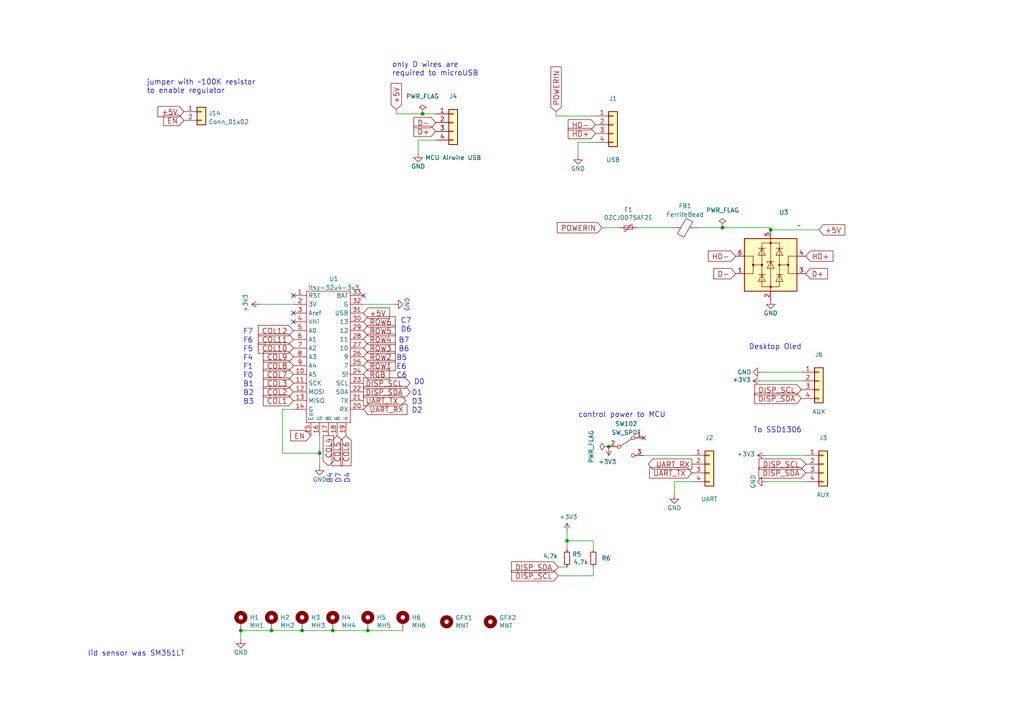
<source format=kicad_sch>
(kicad_sch (version 20211123) (generator eeschema)
  (paper "A4")
  (title_block (title "MNT Reform 2 Keyboard - ergo remix") (date "2022-2-22") (rev "1-ergo") (company "Copyright 2017-2020 MNT Research GmbH and milestogo") (comment 1 "https://mntre.com") (comment 2 "Original Engineer: Lukas F. Hartmann") (comment 3 "License: CERN-OHL-S 2.0") (comment 4 "remix at https://github.com/milestogo/reform"))
  (lib_symbols
    (symbol "Connector_Generic:Conn_01x02" (pin_names (offset 1.016) hide)
      (property "Reference" "J" (at 0 2.54 0))
      (property "Value" "Conn_01x02" (at 0 -5.08 0))
      (symbol "Conn_01x02_1_1"
        (rectangle (start -1.27 -2.413) (end 0 -2.667) (stroke (width 0.1524)))
        (rectangle (start -1.27 0.127) (end 0 -0.127) (stroke (width 0.1524)))
        (rectangle (start -1.27 1.27) (end 1.27 -3.81) (stroke (width 0.254)) (fill (type background)))
        (pin passive line (at -5.08 0 0) (length 3.81) (name "Pin_1") (number "1"))
        (pin passive line (at -5.08 -2.54 0) (length 3.81) (name "Pin_2") (number "2"))
      )
    )
    (symbol "Connector_Generic:Conn_01x04" (pin_names (offset 1.016) hide)
      (property "Reference" "J" (at 0 5.08 0))
      (property "Value" "Conn_01x04" (at 0 -7.62 0))
      (symbol "Conn_01x04_1_1"
        (rectangle (start -1.27 -4.953) (end 0 -5.207) (stroke (width 0.1524)))
        (rectangle (start -1.27 -2.413) (end 0 -2.667) (stroke (width 0.1524)))
        (rectangle (start -1.27 0.127) (end 0 -0.127) (stroke (width 0.1524)))
        (rectangle (start -1.27 2.667) (end 0 2.413) (stroke (width 0.1524)))
        (rectangle (start -1.27 3.81) (end 1.27 -6.35) (stroke (width 0.254)) (fill (type background)))
        (pin passive line (at -5.08 2.54 0) (length 3.81) (name "Pin_1") (number "1"))
        (pin passive line (at -5.08 0 0) (length 3.81) (name "Pin_2") (number "2"))
        (pin passive line (at -5.08 -2.54 0) (length 3.81) (name "Pin_3") (number "3"))
        (pin passive line (at -5.08 -5.08 0) (length 3.81) (name "Pin_4") (number "4"))
      )
    )
    (symbol "Device:FerriteBead" (pin_numbers hide) (pin_names (offset 0))
      (property "Reference" "FB" (at -3.81 0.635 90))
      (property "Value" "FerriteBead" (at 3.81 0 90))
      (symbol "FerriteBead_0_1"
        (polyline (pts (xy 0 -1.27) (xy 0 -1.2192)))
        (polyline (pts (xy 0 1.27) (xy 0 1.2954)))
        (polyline (pts (xy -2.7686 0.4064) (xy -1.7018 2.2606) (xy 2.7686 -0.3048) (xy 1.6764 -2.159) (xy -2.7686 0.4064)))
      )
      (symbol "FerriteBead_1_1"
        (pin passive line (at 0 3.81 270) (length 2.54) (name "~") (number "1"))
        (pin passive line (at 0 -3.81 90) (length 2.54) (name "~") (number "2"))
      )
    )
    (symbol "Device:Polyfuse_Small" (pin_numbers hide) (pin_names (offset 0))
      (property "Reference" "F" (at -1.905 0 90))
      (property "Value" "Polyfuse_Small" (at 1.905 0 90))
      (symbol "Polyfuse_Small_0_1"
        (rectangle (start -0.508 1.27) (end 0.508 -1.27))
        (polyline (pts (xy 0 2.54) (xy 0 -2.54)))
        (polyline (pts (xy -1.016 1.27) (xy -1.016 0.762) (xy 1.016 -0.762) (xy 1.016 -1.27)))
      )
      (symbol "Polyfuse_Small_1_1"
        (pin passive line (at 0 2.54 270) (length 0.635) (name "~") (number "1"))
        (pin passive line (at 0 -2.54 90) (length 0.635) (name "~") (number "2"))
      )
    )
    (symbol "Power_Protection:USBLC6-2SC6" (pin_names hide)
      (property "Reference" "U" (at 2.54 8.89 0))
      (property "Value" "USBLC6-2SC6" (at 2.54 -8.89 0))
      (symbol "USBLC6-2SC6_0_1"
        (rectangle (start -7.62 -7.62) (end 7.62 7.62) (stroke (width 0.254)) (fill (type background)))
        (circle (center -5.08 0) (radius 0.254) (fill (type outline)))
        (circle (center -2.54 0) (radius 0.254) (fill (type outline)))
        (rectangle (start -2.54 6.35) (end 2.54 -6.35))
        (circle (center 0 -6.35) (radius 0.254) (fill (type outline)))
        (polyline (pts (xy -5.08 -2.54) (xy -7.62 -2.54)))
        (polyline (pts (xy -5.08 0) (xy -5.08 -2.54)))
        (polyline (pts (xy -5.08 2.54) (xy -7.62 2.54)))
        (polyline (pts (xy -1.524 -2.794) (xy -3.556 -2.794)))
        (polyline (pts (xy -1.524 4.826) (xy -3.556 4.826)))
        (polyline (pts (xy 0 -7.62) (xy 0 -6.35)))
        (polyline (pts (xy 0 -6.35) (xy 0 1.27)))
        (polyline (pts (xy 0 1.27) (xy 0 6.35)))
        (polyline (pts (xy 0 6.35) (xy 0 7.62)))
        (polyline (pts (xy 1.524 -2.794) (xy 3.556 -2.794)))
        (polyline (pts (xy 1.524 4.826) (xy 3.556 4.826)))
        (polyline (pts (xy 5.08 -2.54) (xy 7.62 -2.54)))
        (polyline (pts (xy 5.08 0) (xy 5.08 -2.54)))
        (polyline (pts (xy 5.08 2.54) (xy 7.62 2.54)))
        (polyline (pts (xy -2.54 0) (xy -5.08 0) (xy -5.08 2.54)))
        (polyline (pts (xy 2.54 0) (xy 5.08 0) (xy 5.08 2.54)))
        (polyline (pts (xy -3.556 -4.826) (xy -1.524 -4.826) (xy -2.54 -2.794) (xy -3.556 -4.826)))
        (polyline (pts (xy -3.556 2.794) (xy -1.524 2.794) (xy -2.54 4.826) (xy -3.556 2.794)))
        (polyline (pts (xy -1.016 -1.016) (xy 1.016 -1.016) (xy 0 1.016) (xy -1.016 -1.016)))
        (polyline (pts (xy 1.016 1.016) (xy 0.762 1.016) (xy -1.016 1.016) (xy -1.016 0.508)))
        (polyline (pts (xy 3.556 -4.826) (xy 1.524 -4.826) (xy 2.54 -2.794) (xy 3.556 -4.826)))
        (polyline (pts (xy 3.556 2.794) (xy 1.524 2.794) (xy 2.54 4.826) (xy 3.556 2.794)))
        (circle (center 0 6.35) (radius 0.254) (fill (type outline)))
        (circle (center 2.54 0) (radius 0.254) (fill (type outline)))
        (circle (center 5.08 0) (radius 0.254) (fill (type outline)))
      )
      (symbol "USBLC6-2SC6_1_1"
        (pin passive line (at -10.16 -2.54 0) (length 2.54) (name "I/O1") (number "1"))
        (pin passive line (at 0 -10.16 90) (length 2.54) (name "GND") (number "2"))
        (pin passive line (at 10.16 -2.54 180) (length 2.54) (name "I/O2") (number "3"))
        (pin passive line (at 10.16 2.54 180) (length 2.54) (name "I/O2") (number "4"))
        (pin passive line (at 0 10.16 270) (length 2.54) (name "VBUS") (number "5"))
        (pin passive line (at -10.16 2.54 0) (length 2.54) (name "I/O1") (number "6"))
      )
    )
    (symbol "Switch:SW_SPDT" (pin_names (offset 0) hide)
      (property "Reference" "SW" (at 0 4.318 0))
      (property "Value" "SW_SPDT" (at 0 -5.08 0))
      (symbol "SW_SPDT_0_0"
        (circle (center -2.032 0) (radius 0.508))
        (circle (center 2.032 -2.54) (radius 0.508))
      )
      (symbol "SW_SPDT_0_1"
        (polyline (pts (xy -1.524 0.254) (xy 1.651 2.286)))
        (circle (center 2.032 2.54) (radius 0.508))
      )
      (symbol "SW_SPDT_1_1"
        (pin passive line (at 5.08 2.54 180) (length 2.54) (name "A") (number "1"))
        (pin passive line (at -5.08 0 0) (length 2.54) (name "B") (number "2"))
        (pin passive line (at 5.08 -2.54 180) (length 2.54) (name "C") (number "3"))
      )
    )
    (symbol "itsybitsy32u4:itsy-32u4-3v3"
      (property "Reference" "U" (at -0.1524 34.0614 0))
      (property "Value" "itsy-32u4-3v3" (at 0 40.64 0))
      (symbol "itsy-32u4-3v3_0_1"
        (rectangle (start -6.35 38.1) (end 6.35 0))
        (rectangle (start 9.4488 4.3688) (end 9.4488 4.3688))
      )
      (symbol "itsy-32u4-3v3_1_1"
        (pin bidirectional line (at -10.16 36.83 0) (length 3.81) (name "RST") (number "1"))
        (pin bidirectional line (at -10.16 13.97 0) (length 3.81) (name "A5") (number "10"))
        (pin bidirectional line (at -10.16 11.43 0) (length 3.81) (name "SCK") (number "11"))
        (pin bidirectional line (at -10.16 8.89 0) (length 3.81) (name "MOSI") (number "12"))
        (pin bidirectional line (at -10.16 6.35 0) (length 3.81) (name "MISO") (number "13"))
        (pin power_in line (at -10.16 3.81 0) (length 3.81) (name "G") (number "14"))
        (pin bidirectional line (at -5.08 -3.81 90) (length 3.81) (name "En") (number "15"))
        (pin power_in line (at -2.54 -3.81 90) (length 3.81) (name "G") (number "16"))
        (pin bidirectional line (at 0 -3.81 90) (length 3.81) (name "8") (number "17"))
        (pin bidirectional line (at 2.54 -3.81 90) (length 3.81) (name "6") (number "18"))
        (pin bidirectional line (at 5.08 -3.81 90) (length 3.81) (name "4") (number "19"))
        (pin power_out line (at -10.16 34.29 0) (length 3.81) (name "3V") (number "2"))
        (pin bidirectional line (at 10.16 3.81 180) (length 3.81) (name "RX") (number "20"))
        (pin bidirectional line (at 10.16 6.35 180) (length 3.81) (name "TX") (number "21"))
        (pin bidirectional line (at 10.16 8.89 180) (length 3.81) (name "SDA") (number "22"))
        (pin bidirectional line (at 10.16 11.43 180) (length 3.81) (name "SCL") (number "23"))
        (pin bidirectional line (at 10.16 13.97 180) (length 3.81) (name "5!") (number "24"))
        (pin bidirectional line (at 10.16 16.51 180) (length 3.81) (name "7") (number "25"))
        (pin bidirectional line (at 10.16 19.05 180) (length 3.81) (name "9") (number "26"))
        (pin bidirectional line (at 10.16 21.59 180) (length 3.81) (name "10") (number "27"))
        (pin bidirectional line (at 10.16 24.13 180) (length 3.81) (name "11") (number "28"))
        (pin bidirectional line (at 10.16 26.67 180) (length 3.81) (name "12") (number "29"))
        (pin bidirectional line (at -10.16 31.75 0) (length 3.81) (name "Aref") (number "3"))
        (pin bidirectional line (at 10.16 29.21 180) (length 3.81) (name "13") (number "30"))
        (pin bidirectional line (at 10.16 31.75 180) (length 3.81) (name "USB") (number "31"))
        (pin power_in line (at 10.16 34.29 180) (length 3.81) (name "G") (number "32"))
        (pin power_in line (at 10.16 36.83 180) (length 3.81) (name "BAT") (number "33"))
        (pin bidirectional line (at -10.16 29.21 0) (length 3.81) (name "VHi") (number "4"))
        (pin bidirectional line (at -10.16 26.67 0) (length 3.81) (name "A0") (number "5"))
        (pin bidirectional line (at -10.16 24.13 0) (length 3.81) (name "A1") (number "6"))
        (pin bidirectional line (at -10.16 21.59 0) (length 3.81) (name "A2") (number "7"))
        (pin bidirectional line (at -10.16 19.05 0) (length 3.81) (name "A3") (number "8"))
        (pin bidirectional line (at -10.16 16.51 0) (length 3.81) (name "A4") (number "9"))
      )
    )
    (symbol "power:+3V3" (power) (pin_names (offset 0))
      (property "Value" "+3V3" (at 0 3.556 0))
      (symbol "+3V3_0_1"
        (polyline (pts (xy -0.762 1.27) (xy 0 2.54)))
        (polyline (pts (xy 0 0) (xy 0 2.54)))
        (polyline (pts (xy 0 2.54) (xy 0.762 1.27)))
      )
      (symbol "+3V3_1_1"
        (pin power_in line (at 0 0 90) (length 0) hide (name "+3V3") (number "1"))
      )
    )
    (symbol "power:GND" (power) (pin_names (offset 0))
      (property "Value" "GND" (at 0 -3.81 0))
      (symbol "GND_0_1"
        (polyline (pts (xy 0 0) (xy 0 -1.27) (xy 1.27 -1.27) (xy 0 -2.54) (xy -1.27 -1.27) (xy 0 -1.27)))
      )
      (symbol "GND_1_1"
        (pin power_in line (at 0 0 270) (length 0) hide (name "GND") (number "1"))
      )
    )
    (symbol "power:PWR_FLAG" (power) (pin_numbers hide) (pin_names (offset 0) hide)
      (property "Value" "PWR_FLAG" (at 0 3.81 0))
      (symbol "PWR_FLAG_0_0"
        (pin power_out line (at 0 0 90) (length 0) (name "pwr") (number "1"))
      )
      (symbol "PWR_FLAG_0_1"
        (polyline (pts (xy 0 0) (xy 0 1.27) (xy -1.016 1.905) (xy 0 2.54) (xy 1.016 1.905) (xy 0 1.27)))
      )
    )
    (symbol "reform2-keyboard-rescue:MountingHole-Mechanical" (pin_names (offset 1.016))
      (property "Reference" "H" (at 0 5.08 0))
      (property "Value" "MountingHole-Mechanical" (at 0 3.175 0))
      (symbol "MountingHole-Mechanical_0_1"
        (circle (center 0 0) (radius 1.27) (stroke (width 1.27)))
      )
    )
    (symbol "reform2-keyboard-rescue:MountingHole_Pad-Mechanical" (pin_numbers hide) (pin_names (offset 1.016) hide)
      (property "Reference" "H" (at 0 6.35 0))
      (property "Value" "MountingHole_Pad-Mechanical" (at 0 4.445 0))
      (symbol "MountingHole_Pad-Mechanical_0_1"
        (circle (center 0 1.27) (radius 1.27) (stroke (width 1.27)))
      )
      (symbol "MountingHole_Pad-Mechanical_1_1"
        (pin input line (at 0 -2.54 90) (length 2.54) (name "1") (number "1"))
      )
    )
    (symbol "reform2-keyboard-rescue:R_Small-Device" (pin_numbers hide) (pin_names (offset 0.254) hide)
      (property "Reference" "R" (at 0.762 0.508 0))
      (property "Value" "R_Small-Device" (at 0.762 -1.016 0))
      (symbol "R_Small-Device_0_1"
        (rectangle (start -0.762 1.778) (end 0.762 -1.778) (stroke (width 0.2032)))
      )
      (symbol "R_Small-Device_1_1"
        (pin passive line (at 0 2.54 270) (length 0.762) (name "~") (number "1"))
        (pin passive line (at 0 -2.54 90) (length 0.762) (name "~") (number "2"))
      )
    )
  )
  (junction (at 92.71 131.445))
  (junction (at 69.85 182.88))
  (junction (at 164.465 156.845))
  (junction (at 87.63 182.88))
  (junction (at 96.52 182.88))
  (junction (at 122.555 33.02))
  (junction (at 209.55 66.04))
  (junction (at 176.53 129.54))
  (junction (at 106.68 182.88))
  (junction (at 223.52 66.675))
  (junction (at 78.74 182.88))
  (no_connect (at 85.09 90.805))
  (no_connect (at 186.69 127))
  (no_connect (at 105.41 85.725))
  (no_connect (at 85.09 85.725))
  (no_connect (at 85.09 93.345))
  (wire (pts (xy 122.555 33.02) (xy 126.365 33.02)))
  (wire (pts (xy 161.925 164.465) (xy 164.465 164.465)))
  (wire (pts (xy 223.52 66.04) (xy 223.52 66.675)))
  (wire (pts (xy 184.785 66.04) (xy 194.945 66.04)))
  (wire (pts (xy 114.935 33.02) (xy 122.555 33.02)))
  (wire (pts (xy 209.55 66.04) (xy 223.52 66.04)))
  (wire (pts (xy 161.29 32.385) (xy 161.29 33.655)))
  (wire (pts (xy 223.52 66.675) (xy 237.49 66.675)))
  (wire (pts (xy 220.98 110.49) (xy 232.41 110.49)))
  (wire (pts (xy 116.84 182.88) (xy 106.68 182.88)))
  (wire (pts (xy 202.565 66.04) (xy 209.55 66.04)))
  (wire (pts (xy 69.85 182.88) (xy 78.74 182.88)))
  (wire (pts (xy 195.58 139.7) (xy 200.66 139.7)))
  (wire (pts (xy 222.25 132.08) (xy 233.68 132.08)))
  (wire (pts (xy 106.68 182.88) (xy 96.52 182.88)))
  (wire (pts (xy 114.3 88.265) (xy 105.41 88.265)))
  (wire (pts (xy 161.29 33.655) (xy 172.72 33.655)))
  (wire (pts (xy 78.74 182.88) (xy 87.63 182.88)))
  (wire (pts (xy 164.465 156.845) (xy 164.465 159.385)))
  (wire (pts (xy 164.465 156.845) (xy 172.085 156.845)))
  (wire (pts (xy 85.09 118.745) (xy 81.915 118.745)))
  (wire (pts (xy 164.465 154.305) (xy 164.465 156.845)))
  (wire (pts (xy 167.64 45.085) (xy 167.64 41.275)))
  (wire (pts (xy 69.85 185.42) (xy 69.85 182.88)))
  (wire (pts (xy 75.565 88.265) (xy 85.09 88.265)))
  (wire (pts (xy 222.25 139.7) (xy 233.68 139.7)))
  (wire (pts (xy 172.085 164.465) (xy 172.085 167.005)))
  (wire (pts (xy 200.66 132.08) (xy 186.69 132.08)))
  (wire (pts (xy 114.935 31.75) (xy 114.935 33.02)))
  (wire (pts (xy 172.085 167.005) (xy 161.925 167.005)))
  (wire (pts (xy 174.625 66.04) (xy 179.705 66.04)))
  (wire (pts (xy 121.285 44.45) (xy 121.285 40.64)))
  (wire (pts (xy 87.63 182.88) (xy 96.52 182.88)))
  (wire (pts (xy 195.58 143.51) (xy 195.58 139.7)))
  (wire (pts (xy 220.98 107.95) (xy 232.41 107.95)))
  (wire (pts (xy 121.285 40.64) (xy 126.365 40.64)))
  (wire (pts (xy 92.71 126.365) (xy 92.71 131.445)))
  (wire (pts (xy 92.71 131.445) (xy 92.71 135.255)))
  (wire (pts (xy 167.64 41.275) (xy 172.72 41.275)))
  (wire (pts (xy 81.915 131.445) (xy 92.71 131.445)))
  (wire (pts (xy 172.085 156.845) (xy 172.085 159.385)))
  (wire (pts (xy 81.915 118.745) (xy 81.915 131.445)))
  (text "B4" (at 96.52 140.335 90) (effects (font (size 1.524 1.524)) (justify left bottom)))
  (text "D6" (at 116.205 96.52 0) (effects (font (size 1.524 1.524)) (justify left bottom)))
  (text "F1" (at 70.485 107.315 0) (effects (font (size 1.524 1.524)) (justify left bottom)))
  (text "E6" (at 114.935 107.315 0) (effects (font (size 1.524 1.524)) (justify left bottom)))
  (text "B7" (at 115.57 99.695 0) (effects (font (size 1.524 1.524)) (justify left bottom)))
  (text "D3" (at 119.38 117.475 0) (effects (font (size 1.524 1.524)) (justify left bottom)))
  (text "C6" (at 114.935 109.855 0) (effects (font (size 1.524 1.524)) (justify left bottom)))
  (text "D0" (at 120.015 111.76 0) (effects (font (size 1.524 1.524)) (justify left bottom)))
  (text "B5" (at 114.935 104.775 0) (effects (font (size 1.524 1.524)) (justify left bottom)))
  (text "F5" (at 70.485 102.235 0) (effects (font (size 1.524 1.524)) (justify left bottom)))
  (text "To SSD1306" (at 218.44 125.73 0) (effects (font (size 1.524 1.524)) (justify left bottom)))
  (text "F6" (at 70.485 99.695 0) (effects (font (size 1.524 1.524)) (justify left bottom)))
  (text "D7" (at 99.06 140.335 90) (effects (font (size 1.524 1.524)) (justify left bottom)))
  (text "F0" (at 70.485 109.855 0) (effects (font (size 1.524 1.524)) (justify left bottom)))
  (text "F7" (at 70.485 97.155 0) (effects (font (size 1.524 1.524)) (justify left bottom)))
  (text "jumper with ~100K resistor \nto enable regulator" (at 42.545 27.305 0) (effects (font (size 1.524 1.524)) (justify left bottom)))
  (text "C7" (at 116.205 93.98 0) (effects (font (size 1.524 1.524)) (justify left bottom)))
  (text "only D wires are \nrequired to microUSB" (at 113.665 22.225 0) (effects (font (size 1.524 1.524)) (justify left bottom)))
  (text "F4" (at 70.485 104.775 0) (effects (font (size 1.524 1.524)) (justify left bottom)))
  (text "B2" (at 70.485 114.935 0) (effects (font (size 1.524 1.524)) (justify left bottom)))
  (text "B6" (at 115.57 102.235 0) (effects (font (size 1.524 1.524)) (justify left bottom)))
  (text "Desktop Oled" (at 217.17 101.6 0) (effects (font (size 1.524 1.524)) (justify left bottom)))
  (text "control power to MCU" (at 167.64 121.285 0) (effects (font (size 1.524 1.524)) (justify left bottom)))
  (text "B1" (at 70.485 112.395 0) (effects (font (size 1.524 1.524)) (justify left bottom)))
  (text "D2" (at 119.38 120.015 0) (effects (font (size 1.524 1.524)) (justify left bottom)))
  (text "B3" (at 70.485 117.475 0) (effects (font (size 1.524 1.524)) (justify left bottom)))
  (text "D4" (at 101.6 140.335 90) (effects (font (size 1.524 1.524)) (justify left bottom)))
  (text "D1" (at 119.38 114.935 0) (effects (font (size 1.524 1.524)) (justify left bottom)))
  (text "lid sensor was SM351LT" (at 25.4 190.5 0) (effects (font (size 1.524 1.524)) (justify left bottom)))
  (global_label "ROW4" (shape input) (at 105.41 98.425 0) (effects (font (size 1.524 1.524))) (property "Intersheet References" "${INTERSHEET_REFS}" (effects hide)))
  (global_label "EN" (shape input) (at 90.17 126.365 180) (effects (font (size 1.524 1.524))) (property "Intersheet References" "${INTERSHEET_REFS}" (effects hide)))
  (global_label "COL3" (shape input) (at 85.09 111.125 180) (effects (font (size 1.524 1.524))) (property "Intersheet References" "${INTERSHEET_REFS}" (effects hide)))
  (global_label "UART_TX" (shape output) (at 105.41 116.205 0) (effects (font (size 1.524 1.524))) (property "Intersheet References" "${INTERSHEET_REFS}" (effects hide)))
  (global_label "+5V" (shape input) (at 114.935 31.75 90) (effects (font (size 1.524 1.524))) (property "Intersheet References" "${INTERSHEET_REFS}" (effects hide)))
  (global_label "COL7" (shape input) (at 85.09 108.585 180) (effects (font (size 1.524 1.524))) (property "Intersheet References" "${INTERSHEET_REFS}" (effects hide)))
  (global_label "DISP_SCL" (shape input) (at 161.925 167.005 180) (effects (font (size 1.524 1.524))) (property "Intersheet References" "${INTERSHEET_REFS}" (effects hide)))
  (global_label "DISP_SCL" (shape output) (at 105.41 111.125 0) (effects (font (size 1.524 1.524))) (property "Intersheet References" "${INTERSHEET_REFS}" (effects hide)))
  (global_label "D+" (shape input) (at 233.68 79.375 0) (effects (font (size 1.524 1.524))) (property "Intersheet References" "${INTERSHEET_REFS}" (effects hide)))
  (global_label "ROW3" (shape input) (at 105.41 100.965 0) (effects (font (size 1.524 1.524))) (property "Intersheet References" "${INTERSHEET_REFS}" (effects hide)))
  (global_label "UART_RX" (shape input) (at 105.41 118.745 0) (effects (font (size 1.524 1.524))) (property "Intersheet References" "${INTERSHEET_REFS}" (effects hide)))
  (global_label "DISP_SDA" (shape output) (at 105.41 113.665 0) (effects (font (size 1.524 1.524))) (property "Intersheet References" "${INTERSHEET_REFS}" (effects hide)))
  (global_label "COL4" (shape output) (at 95.25 126.365 270) (effects (font (size 1.524 1.524))) (property "Intersheet References" "${INTERSHEET_REFS}" (effects hide)))
  (global_label "COL1" (shape input) (at 85.09 116.205 180) (effects (font (size 1.524 1.524))) (property "Intersheet References" "${INTERSHEET_REFS}" (effects hide)))
  (global_label "COL6" (shape input) (at 100.33 126.365 270) (effects (font (size 1.524 1.524))) (property "Intersheet References" "${INTERSHEET_REFS}" (effects hide)))
  (global_label "DISP_SCL" (shape input) (at 233.68 134.62 180) (effects (font (size 1.524 1.524))) (property "Intersheet References" "${INTERSHEET_REFS}" (effects hide)))
  (global_label "COL9" (shape input) (at 85.09 103.505 180) (effects (font (size 1.524 1.524))) (property "Intersheet References" "${INTERSHEET_REFS}" (effects hide)))
  (global_label "HD+" (shape input) (at 233.68 74.295 0) (effects (font (size 1.524 1.524))) (property "Intersheet References" "${INTERSHEET_REFS}" (effects hide)))
  (global_label "COL11" (shape input) (at 85.09 98.425 180) (effects (font (size 1.524 1.524))) (property "Intersheet References" "${INTERSHEET_REFS}" (effects hide)))
  (global_label "UART_TX" (shape input) (at 200.66 137.16 180) (effects (font (size 1.524 1.524))) (property "Intersheet References" "${INTERSHEET_REFS}" (effects hide)))
  (global_label "POWERIN" (shape input) (at 161.29 32.385 90) (effects (font (size 1.524 1.524))) (property "Intersheet References" "${INTERSHEET_REFS}" (effects hide)))
  (global_label "COL5" (shape input) (at 97.79 126.365 270) (effects (font (size 1.524 1.524))) (property "Intersheet References" "${INTERSHEET_REFS}" (effects hide)))
  (global_label "HD+" (shape input) (at 172.72 38.735 180) (effects (font (size 1.524 1.524))) (property "Intersheet References" "${INTERSHEET_REFS}" (effects hide)))
  (global_label "HD-" (shape input) (at 172.72 36.195 180) (effects (font (size 1.524 1.524))) (property "Intersheet References" "${INTERSHEET_REFS}" (effects hide)))
  (global_label "ROW1" (shape input) (at 105.41 106.045 0) (effects (font (size 1.524 1.524))) (property "Intersheet References" "${INTERSHEET_REFS}" (effects hide)))
  (global_label "RGB" (shape input) (at 105.41 108.585 0) (effects (font (size 1.524 1.524))) (property "Intersheet References" "${INTERSHEET_REFS}" (effects hide)))
  (global_label "COL2" (shape input) (at 85.09 113.665 180) (effects (font (size 1.524 1.524))) (property "Intersheet References" "${INTERSHEET_REFS}" (effects hide)))
  (global_label "+5V" (shape input) (at 53.34 32.385 180) (effects (font (size 1.524 1.524))) (property "Intersheet References" "${INTERSHEET_REFS}" (effects hide)))
  (global_label "ROW5" (shape input) (at 105.41 95.885 0) (effects (font (size 1.524 1.524))) (property "Intersheet References" "${INTERSHEET_REFS}" (effects hide)))
  (global_label "ROW6" (shape input) (at 105.41 93.345 0) (effects (font (size 1.524 1.524))) (property "Intersheet References" "${INTERSHEET_REFS}" (effects hide)))
  (global_label "EN" (shape input) (at 53.34 34.925 180) (effects (font (size 1.524 1.524))) (property "Intersheet References" "${INTERSHEET_REFS}" (effects hide)))
  (global_label "D-" (shape input) (at 213.36 79.375 180) (effects (font (size 1.524 1.524))) (property "Intersheet References" "${INTERSHEET_REFS}" (effects hide)))
  (global_label "COL8" (shape input) (at 85.09 106.045 180) (effects (font (size 1.524 1.524))) (property "Intersheet References" "${INTERSHEET_REFS}" (effects hide)))
  (global_label "COL12" (shape input) (at 85.09 95.885 180) (effects (font (size 1.524 1.524))) (property "Intersheet References" "${INTERSHEET_REFS}" (effects hide)))
  (global_label "POWERIN" (shape input) (at 174.625 66.04 180) (effects (font (size 1.524 1.524))) (property "Intersheet References" "${INTERSHEET_REFS}" (effects hide)))
  (global_label "DISP_SCL" (shape input) (at 232.41 113.03 180) (effects (font (size 1.524 1.524))) (property "Intersheet References" "${INTERSHEET_REFS}" (effects hide)))
  (global_label "D-" (shape input) (at 126.365 35.56 180) (effects (font (size 1.524 1.524))) (property "Intersheet References" "${INTERSHEET_REFS}" (effects hide)))
  (global_label "+5V" (shape input) (at 237.49 66.675 0) (effects (font (size 1.524 1.524))) (property "Intersheet References" "${INTERSHEET_REFS}" (effects hide)))
  (global_label "UART_RX" (shape output) (at 200.66 134.62 180) (effects (font (size 1.524 1.524))) (property "Intersheet References" "${INTERSHEET_REFS}" (effects hide)))
  (global_label "DISP_SDA" (shape input) (at 233.68 137.16 180) (effects (font (size 1.524 1.524))) (property "Intersheet References" "${INTERSHEET_REFS}" (effects hide)))
  (global_label "D+" (shape input) (at 126.365 38.1 180) (effects (font (size 1.524 1.524))) (property "Intersheet References" "${INTERSHEET_REFS}" (effects hide)))
  (global_label "HD-" (shape input) (at 213.36 74.295 180) (effects (font (size 1.524 1.524))) (property "Intersheet References" "${INTERSHEET_REFS}" (effects hide)))
  (global_label "COL10" (shape input) (at 85.09 100.965 180) (effects (font (size 1.524 1.524))) (property "Intersheet References" "${INTERSHEET_REFS}" (effects hide)))
  (global_label "+5V" (shape input) (at 105.41 90.805 0) (effects (font (size 1.524 1.524))) (property "Intersheet References" "${INTERSHEET_REFS}" (effects hide)))
  (global_label "ROW2" (shape input) (at 105.41 103.505 0) (effects (font (size 1.524 1.524))) (property "Intersheet References" "${INTERSHEET_REFS}" (effects hide)))
  (global_label "DISP_SDA" (shape input) (at 161.925 164.465 180) (effects (font (size 1.524 1.524))) (property "Intersheet References" "${INTERSHEET_REFS}" (effects hide)))
  (global_label "DISP_SDA" (shape input) (at 232.41 115.57 180) (effects (font (size 1.524 1.524))) (property "Intersheet References" "${INTERSHEET_REFS}" (effects hide)))
  (symbol (lib_id "Connector_Generic:Conn_01x04") (at 177.8 36.195 0) (unit 1)
    (property "Reference" "J1" (at 177.8 28.575 0))
    (property "Value" "USB" (at 177.8 46.355 0))
    (property "Footprint" "Connector_JST:JST_PH_S4B-PH-SM4-TB_1x04-1MP_P2.00mm_Horizontal" (effects hide))
    (property "Manufacturer" "JST" (effects hide))
    (property "Manufacturer_No" "S4B-PH-SM4-TB(LF)(SN)" (effects hide))
  )
  (symbol (lib_id "Connector_Generic:Conn_01x04") (at 205.74 134.62 0) (unit 1)
    (property "Reference" "J2" (at 205.74 127 0))
    (property "Value" "UART" (at 205.74 144.78 0))
    (property "Footprint" "Connector_JST:JST_PH_S4B-PH-SM4-TB_1x04-1MP_P2.00mm_Horizontal" (effects hide))
    (property "Manufacturer" "JST" (effects hide))
    (property "Manufacturer_No" "S4B-PH-SM4-TB(LF)(SN)" (effects hide))
  )
  (symbol (lib_id "reform2-keyboard-rescue:MountingHole_Pad-Mechanical") (at 69.85 180.34 0) (unit 1)
    (property "Reference" "H1" (at 72.39 179.0954 0) (effects (justify left)))
    (property "Value" "MH1" (at 72.39 181.4068 0) (effects (justify left)))
    (property "Footprint" "MountingHole:MountingHole_2.2mm_M2_Pad" (effects hide))
  )
  (symbol (lib_id "reform2-keyboard-rescue:MountingHole_Pad-Mechanical") (at 78.74 180.34 0) (unit 1)
    (property "Reference" "H2" (at 81.28 179.0954 0) (effects (justify left)))
    (property "Value" "MH2" (at 81.28 181.4068 0) (effects (justify left)))
    (property "Footprint" "MountingHole:MountingHole_2.2mm_M2_Pad" (effects hide))
  )
  (symbol (lib_id "reform2-keyboard-rescue:MountingHole_Pad-Mechanical") (at 87.63 180.34 0) (unit 1)
    (property "Reference" "H3" (at 90.17 179.0954 0) (effects (justify left)))
    (property "Value" "MH3" (at 90.17 181.4068 0) (effects (justify left)))
    (property "Footprint" "MountingHole:MountingHole_2.2mm_M2_Pad" (effects hide))
  )
  (symbol (lib_id "reform2-keyboard-rescue:MountingHole_Pad-Mechanical") (at 96.52 180.34 0) (unit 1)
    (property "Reference" "H4" (at 99.06 179.0954 0) (effects (justify left)))
    (property "Value" "MH4" (at 99.06 181.4068 0) (effects (justify left)))
    (property "Footprint" "MountingHole:MountingHole_2.2mm_M2_Pad" (effects hide))
  )
  (symbol (lib_id "power:GND") (at 69.85 185.42 0) (unit 1)
    (property "Reference" "#PWR04" (effects hide))
    (property "Value" "GND" (at 69.85 189.23 0))
  )
  (symbol (lib_id "reform2-keyboard-rescue:MountingHole-Mechanical") (at 129.54 180.34 0) (unit 1)
    (property "Reference" "GFX1" (at 132.08 179.1716 0) (effects (justify left)))
    (property "Value" "MNT" (at 132.08 181.483 0) (effects (justify left)))
    (property "Footprint" "reform2-keyboard:mnt-remix-reform" (effects hide))
  )
  (symbol (lib_id "reform2-keyboard-rescue:MountingHole-Mechanical") (at 142.24 180.34 0) (unit 1)
    (property "Reference" "GFX2" (at 144.78 179.1716 0) (effects (justify left)))
    (property "Value" "MNT" (at 144.78 181.483 0) (effects (justify left)))
    (property "Footprint" "reform2-keyboard:mnt-remix-reform" (effects hide))
  )
  (symbol (lib_id "Connector_Generic:Conn_01x04") (at 238.76 134.62 0) (unit 1)
    (property "Reference" "J3" (at 238.76 127 0))
    (property "Value" "AUX" (at 238.76 143.51 0))
    (property "Footprint" "Connector_FFC-FPC:Molex_200528-0040_1x04-1MP_P1.00mm_Horizontal" (effects hide))
    (property "Manufacturer" "Molex" (effects hide))
    (property "Manufacturer_No" "200528-0040" (effects hide))
  )
  (symbol (lib_id "power:GND") (at 222.25 139.7 270) (unit 1)
    (property "Reference" "#PWR019" (effects hide))
    (property "Value" "GND" (at 218.44 139.7 0))
  )
  (symbol (lib_id "power:GND") (at 167.64 45.085 0) (unit 1)
    (property "Reference" "#PWR015" (effects hide))
    (property "Value" "GND" (at 167.64 48.895 0))
  )
  (symbol (lib_id "power:+3V3") (at 176.53 129.54 180) (unit 1)
    (property "Reference" "#PWR016" (effects hide))
    (property "Value" "+3V3" (at 176.149 133.9342 0))
  )
  (symbol (lib_id "power:PWR_FLAG") (at 176.53 129.54 90) (unit 1)
    (property "Reference" "#FLG02" (effects hide))
    (property "Value" "PWR_FLAG" (at 171.45 129.54 0))
  )
  (symbol (lib_id "power:GND") (at 195.58 143.51 0) (unit 1)
    (property "Reference" "#PWR017" (effects hide))
    (property "Value" "GND" (at 195.58 147.32 0))
  )
  (symbol (lib_id "reform2-keyboard-rescue:MountingHole_Pad-Mechanical") (at 106.68 180.34 0) (unit 1)
    (property "Reference" "H5" (at 109.22 179.0954 0) (effects (justify left)))
    (property "Value" "MH5" (at 109.22 181.4068 0) (effects (justify left)))
    (property "Footprint" "MountingHole:MountingHole_2.2mm_M2_Pad" (effects hide))
  )
  (symbol (lib_id "reform2-keyboard-rescue:MountingHole_Pad-Mechanical") (at 116.84 180.34 0) (unit 1)
    (property "Reference" "H6" (at 119.38 179.0954 0) (effects (justify left)))
    (property "Value" "MH6" (at 119.38 181.4068 0) (effects (justify left)))
    (property "Footprint" "MountingHole:MountingHole_2.2mm_M2_Pad" (effects hide))
  )
  (symbol (lib_id "power:+3V3") (at 222.25 132.08 90) (unit 1)
    (property "Reference" "#PWR018" (effects hide))
    (property "Value" "+3V3" (at 218.9988 131.699 90) (effects (justify left)))
  )
  (symbol (lib_id "reform2-keyboard-rescue:R_Small-Device") (at 164.465 161.925 0) (unit 1)
    (property "Reference" "R5" (at 165.9636 160.7566 0) (effects (justify left)))
    (property "Value" "4.7k" (at 157.48 161.29 0) (effects (justify left)))
    (property "Footprint" "Resistor_SMD:R_0805_2012Metric_Pad1.20x1.40mm_HandSolder" (effects hide))
    (property "Manufacturer" "Yageo" (effects hide))
    (property "Manufacturer_No" "RC0603FR-074K7L" (effects hide))
  )
  (symbol (lib_id "reform2-keyboard-rescue:R_Small-Device") (at 172.085 161.925 0) (mirror y) (unit 1)
    (property "Reference" "R6" (at 177.165 161.925 0) (effects (justify left)))
    (property "Value" "4.7k" (at 170.5864 163.068 0) (effects (justify left)))
    (property "Footprint" "Resistor_SMD:R_0805_2012Metric_Pad1.20x1.40mm_HandSolder" (effects hide))
    (property "Manufacturer" "Yageo" (effects hide))
    (property "Manufacturer_No" "RC0603FR-074K7L" (effects hide))
  )
  (symbol (lib_id "power:+3V3") (at 164.465 154.305 0) (unit 1)
    (property "Reference" "#PWR014" (effects hide))
    (property "Value" "+3V3" (at 164.846 149.9108 0))
  )
  (symbol (lib_id "power:+3V3") (at 220.98 110.49 90) (unit 1)
    (property "Reference" "#PWR0137" (effects hide))
    (property "Value" "+3V3" (at 217.7288 110.109 90) (effects (justify left)))
  )
  (symbol (lib_id "power:+3V3") (at 75.565 88.265 90) (unit 1)
    (property "Reference" "#PWR0101" (effects hide))
    (property "Value" "+3V3" (at 71.1708 87.884 0))
  )
  (symbol (lib_id "power:GND") (at 114.3 88.265 90) (unit 1)
    (property "Reference" "#PWR0117" (effects hide))
    (property "Value" "GND" (at 118.11 88.265 0))
  )
  (symbol (lib_id "Connector_Generic:Conn_01x04") (at 237.49 110.49 0) (unit 1)
    (property "Reference" "J6" (at 237.49 102.87 0))
    (property "Value" "AUX" (at 237.49 119.38 0))
    (property "Footprint" "Connector_PinHeader_2.54mm:PinHeader_1x04_P2.54mm_Vertical" (effects hide))
    (property "Manufacturer" "Molex" (effects hide))
    (property "Manufacturer_No" "200528-0040" (effects hide))
  )
  (symbol (lib_id "power:PWR_FLAG") (at 122.555 33.02 0) (unit 1)
    (property "Reference" "#FLG0101" (effects hide))
    (property "Value" "PWR_FLAG" (at 122.555 27.94 0))
  )
  (symbol (lib_id "Connector_Generic:Conn_01x04") (at 131.445 35.56 0) (unit 1)
    (property "Reference" "J4" (at 131.445 27.94 0))
    (property "Value" "MCU Airwire USB" (at 131.445 45.72 0))
    (property "Footprint" "Connector_PinHeader_2.54mm:PinHeader_1x04_P2.54mm_Vertical" (effects hide))
    (property "Manufacturer_No" "IDC 2.54 header 1x04" (effects hide))
  )
  (symbol (lib_id "itsybitsy32u4:itsy-32u4-3v3") (at 95.25 122.555 0) (unit 1)
    (property "Reference" "U1" (at 96.7994 80.8822 0))
    (property "Value" "itsy-32u4-3v3" (at 96.7994 83.4191 0))
    (property "Footprint" "Itsybitsy32u4:ItsyBitsy-32u4" (effects hide))
  )
  (symbol (lib_id "Device:Polyfuse_Small") (at 182.245 66.04 90) (unit 1)
    (property "Reference" "F1" (at 182.245 60.833 90))
    (property "Value" "0ZCJ0075AF2E" (at 182.245 63.1444 90))
    (property "Footprint" "Resistor_SMD:R_1206_3216Metric" (effects hide))
    (property "Manufacturer" "TECHFUSE" (effects hide))
    (property "Manufacturer_No" "nSMD100-16V" (effects hide))
    (property "Alt MPN" "0ZCJ0075AF2E" (effects hide))
    (property "Alt Manuf" "Bel Fuse" (effects hide))
    (property "LCSC" "C70082" (effects hide))
  )
  (symbol (lib_id "power:PWR_FLAG") (at 209.55 66.04 0) (unit 1)
    (property "Reference" "#FLG0102" (effects hide))
    (property "Value" "PWR_FLAG" (at 209.55 60.96 0))
  )
  (symbol (lib_id "Power_Protection:USBLC6-2SC6") (at 223.52 76.835 0) (unit 1)
    (property "Reference" "U3" (at 227.33 61.595 0))
    (property "Value" "~" (at 231.775 65.405 0))
    (property "Footprint" "Package_TO_SOT_SMD:SOT-23-6_Handsoldering" (effects hide))
    (property "Datasheet" "https://www.st.com/resource/en/datasheet/usblc6-2.pdf" (effects hide))
    (property "Manufacturer" "UMW" (effects hide))
    (property "Manufacturer_No" "USBLC6-2SC6" (effects hide))
    (property "Alt MPN" "USBLC6-2SC6" (effects hide))
    (property "Alt Manuf" "STMicroelectronics" (effects hide))
    (property "LCSC" "C2687116" (effects hide))
  )
  (symbol (lib_id "Switch:SW_SPDT") (at 181.61 129.54 0) (unit 1)
    (property "Reference" "SW102" (at 181.61 122.9192 0))
    (property "Value" "SW_SPDT" (at 181.61 125.4561 0))
    (property "Footprint" "Button_Switch_THT:SW_Push_1P2T_Vertical_E-Switch_800UDP8P1A1M6" (effects hide))
    (property "Datasheet" "https://www.digikey.com/en/products/detail/e-switch/500ASSP1M6QE/378952" (effects hide))
  )
  (symbol (lib_id "Connector_Generic:Conn_01x02") (at 58.42 32.385 0) (unit 1)
    (property "Reference" "J14" (at 60.452 32.8203 0) (effects (justify left)))
    (property "Value" "Conn_01x02" (at 60.452 35.3572 0) (effects (justify left)))
    (property "Footprint" "Connector_PinHeader_2.54mm:PinHeader_1x02_P2.54mm_Vertical" (effects hide))
  )
  (symbol (lib_id "Device:FerriteBead") (at 198.755 66.04 90) (unit 1)
    (property "Reference" "FB1" (at 198.7042 59.6986 90))
    (property "Value" "FerriteBead" (at 198.7042 62.2355 90))
    (property "Footprint" "Resistor_SMD:R_0805_2012Metric_Pad1.20x1.40mm_HandSolder" (effects hide))
    (property "Datasheet" "https://www.digikey.com/en/products/detail/taiyo-yuden/FBMH2012HM221-T/957827" (effects hide))
  )
  (symbol (lib_id "power:GND") (at 92.71 135.255 0) (unit 1)
    (property "Reference" "#PWR0103" (effects hide))
    (property "Value" "GND" (at 92.71 139.065 0))
  )
  (symbol (lib_id "power:GND") (at 121.285 44.45 0) (unit 1)
    (property "Reference" "#PWR0105" (effects hide))
    (property "Value" "GND" (at 121.285 48.26 0))
  )
  (symbol (lib_id "power:GND") (at 220.98 107.95 270) (unit 1)
    (property "Reference" "#PWR0138" (effects hide))
    (property "Value" "GND" (at 215.9 107.95 90))
  )
  (symbol (lib_id "power:GND") (at 223.52 86.995 0) (unit 1)
    (property "Reference" "#PWR0102" (effects hide))
    (property "Value" "GND" (at 223.52 90.805 0))
  )
)
</source>
